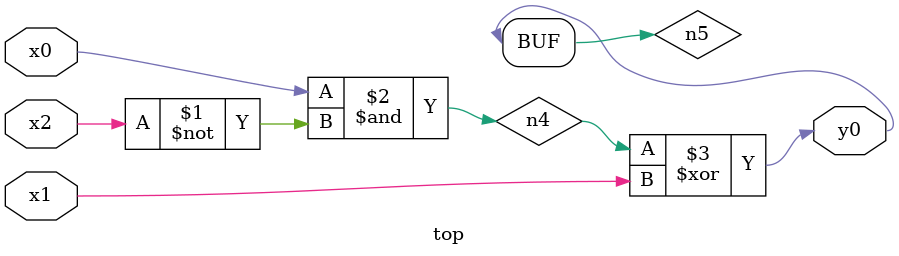
<source format=v>
module top( x0 , x1 , x2 , y0 );
  input x0 , x1 , x2 ;
  output y0 ;
  wire n4 , n5 ;
  assign n4 = x0 & ~x2 ;
  assign n5 = n4 ^ x1 ;
  assign y0 = n5 ;
endmodule

</source>
